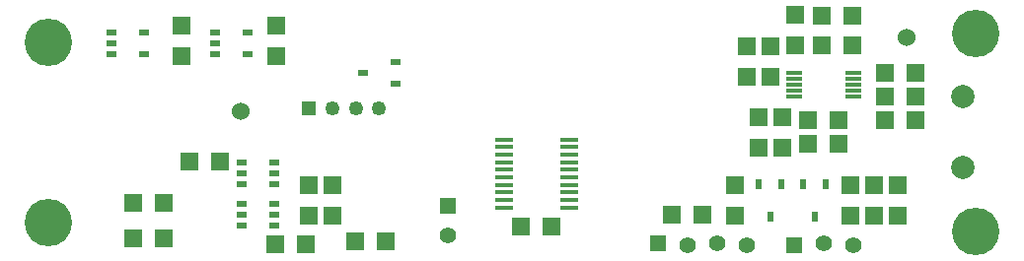
<source format=gbs>
G04 #@! TF.FileFunction,Soldermask,Bot*
%FSLAX46Y46*%
G04 Gerber Fmt 4.6, Leading zero omitted, Abs format (unit mm)*
G04 Created by KiCad (PCBNEW (after 2015-jan-16 BZR unknown)-product) date Mon 23 Mar 2015 11:15:46 PM CDT*
%MOMM*%
G01*
G04 APERTURE LIST*
%ADD10C,0.150000*%
%ADD11C,1.524000*%
%ADD12R,1.500000X1.600000*%
%ADD13C,2.000000*%
%ADD14R,0.900000X0.600000*%
%ADD15R,1.400000X0.300000*%
%ADD16R,1.600000X0.400000*%
%ADD17R,1.600000X1.500000*%
%ADD18R,0.600000X0.900000*%
%ADD19R,1.250000X1.250000*%
%ADD20C,1.250000*%
%ADD21C,4.064000*%
%ADD22R,1.397000X1.397000*%
%ADD23C,1.397000*%
G04 APERTURE END LIST*
D10*
D11*
X229108000Y-161798000D03*
X171958000Y-168148000D03*
D12*
X228346000Y-174468000D03*
X228346000Y-177068000D03*
D13*
X233934000Y-172974000D03*
X233934000Y-166878000D03*
D14*
X172596000Y-161356000D03*
X169796000Y-162306000D03*
X172596000Y-163256000D03*
X169796000Y-161356000D03*
X169796000Y-163256000D03*
X163706000Y-161356000D03*
X160906000Y-162306000D03*
X163706000Y-163256000D03*
X160906000Y-161356000D03*
X160906000Y-163256000D03*
X174882000Y-176088000D03*
X172082000Y-177038000D03*
X174882000Y-177988000D03*
X172082000Y-176088000D03*
X172082000Y-177988000D03*
X174882000Y-177038000D03*
D15*
X224521000Y-166862000D03*
X224521000Y-166362000D03*
X224521000Y-165862000D03*
X224521000Y-165362000D03*
X224521000Y-164862000D03*
X219471000Y-164862000D03*
X219471000Y-165362000D03*
X219471000Y-165862000D03*
X219471000Y-166362000D03*
X219471000Y-166862000D03*
D16*
X194558000Y-176407000D03*
X194558000Y-175757000D03*
X194558000Y-175107000D03*
X194558000Y-174457000D03*
X194558000Y-173807000D03*
X194558000Y-173157000D03*
X194558000Y-172507000D03*
X194558000Y-171857000D03*
X194558000Y-171207000D03*
X194558000Y-170557000D03*
X200158000Y-170557000D03*
X200158000Y-171207000D03*
X200158000Y-171857000D03*
X200158000Y-172507000D03*
X200158000Y-173157000D03*
X200158000Y-173807000D03*
X200158000Y-174457000D03*
X200158000Y-175107000D03*
X200158000Y-175757000D03*
X200158000Y-176407000D03*
D14*
X172082000Y-174432000D03*
X174882000Y-173482000D03*
X172082000Y-172532000D03*
X174882000Y-174432000D03*
X174882000Y-172532000D03*
X172082000Y-173482000D03*
D17*
X209012000Y-177038000D03*
X211612000Y-177038000D03*
X181834000Y-179324000D03*
X184434000Y-179324000D03*
D12*
X216408000Y-171226000D03*
X216408000Y-168626000D03*
D17*
X227300000Y-164846000D03*
X229900000Y-164846000D03*
D12*
X215392000Y-165130000D03*
X215392000Y-162530000D03*
D17*
X220696000Y-170942000D03*
X223296000Y-170942000D03*
X223296000Y-168910000D03*
X220696000Y-168910000D03*
D12*
X217424000Y-165130000D03*
X217424000Y-162530000D03*
D17*
X162784000Y-176022000D03*
X165384000Y-176022000D03*
X221839000Y-159893000D03*
X224439000Y-159893000D03*
D12*
X226314000Y-174468000D03*
X226314000Y-177068000D03*
X224282000Y-174468000D03*
X224282000Y-177068000D03*
X214376000Y-177068000D03*
X214376000Y-174468000D03*
X179832000Y-177068000D03*
X179832000Y-174468000D03*
D17*
X162784000Y-179070000D03*
X165384000Y-179070000D03*
D18*
X221234000Y-177168000D03*
X222184000Y-174368000D03*
X220284000Y-174368000D03*
D19*
X177848000Y-167894000D03*
D20*
X179848000Y-167894000D03*
X181848000Y-167894000D03*
X183848000Y-167894000D03*
D14*
X182496000Y-164846000D03*
X185296000Y-165796000D03*
X185296000Y-163896000D03*
D18*
X217424000Y-177168000D03*
X218374000Y-174368000D03*
X216474000Y-174368000D03*
D12*
X175006000Y-163352000D03*
X175006000Y-160752000D03*
X166878000Y-163352000D03*
X166878000Y-160752000D03*
X218440000Y-168626000D03*
X218440000Y-171226000D03*
D17*
X227300000Y-166878000D03*
X229900000Y-166878000D03*
X174976000Y-179578000D03*
X177576000Y-179578000D03*
D12*
X219583000Y-159863000D03*
X219583000Y-162463000D03*
D17*
X224439000Y-162433000D03*
X221839000Y-162433000D03*
X227300000Y-168910000D03*
X229900000Y-168910000D03*
X170210000Y-172466000D03*
X167610000Y-172466000D03*
D12*
X177800000Y-174468000D03*
X177800000Y-177068000D03*
D17*
X196058000Y-178054000D03*
X198658000Y-178054000D03*
D21*
X155448000Y-177673000D03*
X155448000Y-162179000D03*
X235077000Y-161417000D03*
X235077000Y-178435000D03*
D22*
X189738000Y-176276000D03*
D23*
X189738000Y-178816000D03*
X210312000Y-179638960D03*
X212852000Y-179517040D03*
D22*
X207772000Y-179517040D03*
D23*
X215392000Y-179638960D03*
D22*
X219456000Y-179638960D03*
D23*
X221996000Y-179517040D03*
X224536000Y-179638960D03*
M02*

</source>
